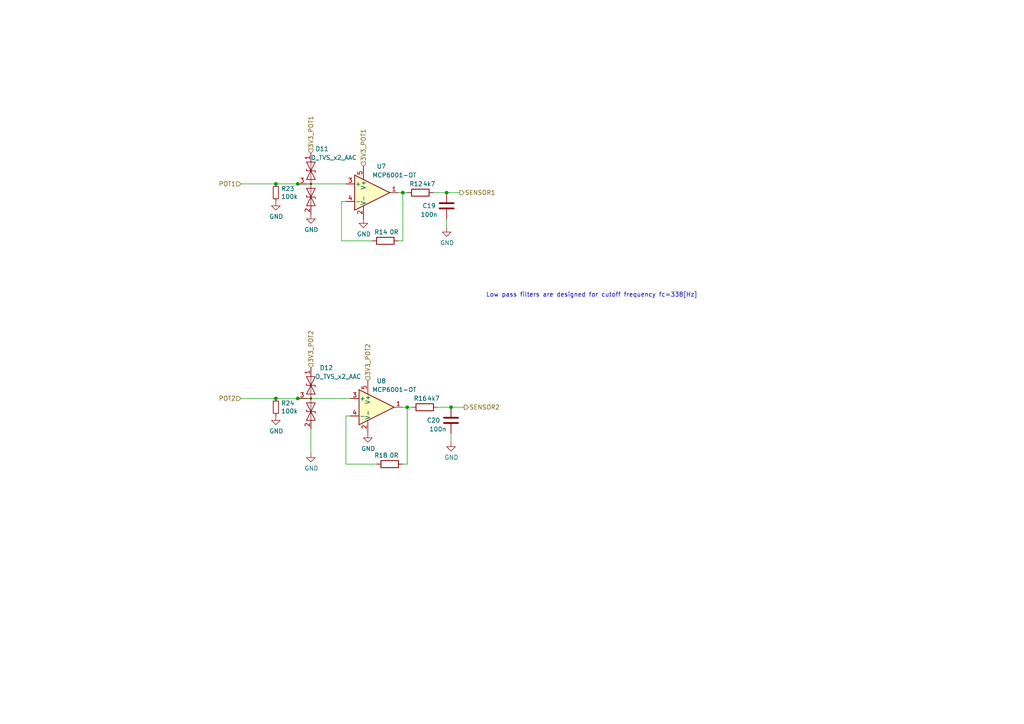
<source format=kicad_sch>
(kicad_sch (version 20211123) (generator eeschema)
  (paper "A4")
  (lib_symbols
    (symbol "Amplifier_Operational:MCP6001-OT" (pin_names (offset 0.127))
      (property "Reference" "U" (at -1.27 6.35 0))
      (property "Value" "MCP6001-OT" (at -1.27 3.81 0))
      (symbol "MCP6001-OT_0_1"
        (polyline (pts (xy -5.08 5.08) (xy 5.08 0) (xy -5.08 -5.08) (xy -5.08 5.08)) (stroke (width 0.254)) (fill (type background)))
        (pin power_in line (at -2.54 -7.62 90) (length 3.81) (name "V-") (number "2"))
        (pin power_in line (at -2.54 7.62 270) (length 3.81) (name "V+") (number "5"))
      )
      (symbol "MCP6001-OT_1_1"
        (pin output line (at 7.62 0 180) (length 2.54) (name "~") (number "1"))
        (pin input line (at -7.62 2.54 0) (length 2.54) (name "+") (number "3"))
        (pin input line (at -7.62 -2.54 0) (length 2.54) (name "-") (number "4"))
      )
    )
    (symbol "Device:C" (pin_numbers hide) (pin_names (offset 0.254))
      (property "Reference" "C" (at 0.635 2.54 0))
      (property "Value" "C" (at 0.635 -2.54 0))
      (symbol "C_0_1"
        (polyline (pts (xy -2.032 -0.762) (xy 2.032 -0.762)) (stroke (width 0.508)))
        (polyline (pts (xy -2.032 0.762) (xy 2.032 0.762)) (stroke (width 0.508)))
      )
      (symbol "C_1_1"
        (pin passive line (at 0 3.81 270) (length 2.794) (name "~") (number "1"))
        (pin passive line (at 0 -3.81 90) (length 2.794) (name "~") (number "2"))
      )
    )
    (symbol "Device:D_TVS_x2_AAC" (pin_names (offset 1.016) hide)
      (property "Reference" "D" (at 0 4.445 0))
      (property "Value" "Device_D_TVS_x2_AAC" (at 0 2.54 0))
      (symbol "D_TVS_x2_AAC_0_0"
        (polyline (pts (xy 0 -1.27) (xy 0 0)))
      )
      (symbol "D_TVS_x2_AAC_0_1"
        (polyline (pts (xy -6.35 0) (xy 6.35 0)))
        (polyline (pts (xy -3.302 1.27) (xy -3.81 1.27) (xy -3.81 -1.27) (xy -4.318 -1.27)) (stroke (width 0.2032)))
        (polyline (pts (xy 4.318 1.27) (xy 3.81 1.27) (xy 3.81 -1.27) (xy 3.302 -1.27)) (stroke (width 0.2032)))
        (polyline (pts (xy -6.35 -1.27) (xy -1.27 1.27) (xy -1.27 -1.27) (xy -6.35 1.27) (xy -6.35 -1.27)) (stroke (width 0.2032)))
        (polyline (pts (xy 1.27 -1.27) (xy 1.27 1.27) (xy 6.35 -1.27) (xy 6.35 1.27) (xy 1.27 -1.27)) (stroke (width 0.2032)))
        (circle (center 0 0) (radius 0.254) (fill (type outline)))
      )
      (symbol "D_TVS_x2_AAC_1_1"
        (pin passive line (at -8.89 0 0) (length 2.54) (name "A1") (number "1"))
        (pin passive line (at 8.89 0 180) (length 2.54) (name "A2") (number "2"))
        (pin input line (at 0 -3.81 90) (length 2.54) (name "common") (number "3"))
      )
    )
    (symbol "Device:R" (pin_numbers hide) (pin_names (offset 0))
      (property "Reference" "R" (at 2.032 0 90))
      (property "Value" "R" (at 0 0 90))
      (symbol "R_0_1"
        (rectangle (start -1.016 -2.54) (end 1.016 2.54) (stroke (width 0.254)))
      )
      (symbol "R_1_1"
        (pin passive line (at 0 3.81 270) (length 1.27) (name "~") (number "1"))
        (pin passive line (at 0 -3.81 90) (length 1.27) (name "~") (number "2"))
      )
    )
    (symbol "Device:R_Small" (pin_numbers hide) (pin_names (offset 0.254) hide)
      (property "Reference" "R" (at 0.762 0.508 0))
      (property "Value" "R_Small" (at 0.762 -1.016 0))
      (symbol "R_Small_0_1"
        (rectangle (start -0.762 1.778) (end 0.762 -1.778) (stroke (width 0.2032)))
      )
      (symbol "R_Small_1_1"
        (pin passive line (at 0 2.54 270) (length 0.762) (name "~") (number "1"))
        (pin passive line (at 0 -2.54 90) (length 0.762) (name "~") (number "2"))
      )
    )
    (symbol "power:GND" (power) (pin_names (offset 0))
      (property "Value" "GND" (at 0 -3.81 0))
      (symbol "GND_0_1"
        (polyline (pts (xy 0 0) (xy 0 -1.27) (xy 1.27 -1.27) (xy 0 -2.54) (xy -1.27 -1.27) (xy 0 -1.27)))
      )
      (symbol "GND_1_1"
        (pin power_in line (at 0 0 270) (length 0) hide (name "GND") (number "1"))
      )
    )
  )
  (junction (at 118.11 118.11))
  (junction (at 80.01 53.34))
  (junction (at 116.84 55.88))
  (junction (at 80.01 115.57))
  (junction (at 130.81 118.11))
  (junction (at 86.36 115.57))
  (junction (at 129.54 55.88))
  (junction (at 86.36 53.34))
  (wire (pts (xy 130.81 118.11) (xy 134.62 118.11)))
  (wire (pts (xy 109.22 134.62) (xy 100.33 134.62)))
  (wire (pts (xy 116.84 69.85) (xy 115.57 69.85)))
  (wire (pts (xy 129.54 63.5) (xy 129.54 66.04)))
  (wire (pts (xy 118.11 118.11) (xy 119.38 118.11)))
  (wire (pts (xy 129.54 55.88) (xy 133.35 55.88)))
  (wire (pts (xy 101.6 115.57) (xy 86.36 115.57)))
  (wire (pts (xy 80.01 115.57) (xy 69.85 115.57)))
  (wire (pts (xy 130.81 125.73) (xy 130.81 128.27)))
  (wire (pts (xy 100.33 120.65) (xy 100.33 134.62)))
  (wire (pts (xy 99.06 69.85) (xy 107.95 69.85)))
  (wire (pts (xy 115.57 55.88) (xy 116.84 55.88)))
  (wire (pts (xy 90.17 124.46) (xy 90.17 131.445)))
  (wire (pts (xy 118.11 118.11) (xy 118.11 134.62)))
  (wire (pts (xy 99.06 58.42) (xy 99.06 69.85)))
  (wire (pts (xy 100.33 53.34) (xy 86.36 53.34)))
  (wire (pts (xy 86.36 53.34) (xy 80.01 53.34)))
  (wire (pts (xy 100.33 120.65) (xy 101.6 120.65)))
  (wire (pts (xy 80.01 53.34) (xy 69.85 53.34)))
  (wire (pts (xy 125.73 55.88) (xy 129.54 55.88)))
  (wire (pts (xy 86.36 115.57) (xy 80.01 115.57)))
  (wire (pts (xy 100.33 58.42) (xy 99.06 58.42)))
  (wire (pts (xy 127 118.11) (xy 130.81 118.11)))
  (wire (pts (xy 118.11 134.62) (xy 116.84 134.62)))
  (wire (pts (xy 116.84 55.88) (xy 118.11 55.88)))
  (wire (pts (xy 116.84 55.88) (xy 116.84 69.85)))
  (wire (pts (xy 116.84 118.11) (xy 118.11 118.11)))
  (text "Low pass filters are designed for cutoff frequency fc=338[Hz]" (at 140.97 86.36 0) (effects (font (size 1.27 1.27)) (justify left bottom)))
  (hierarchical_label "SENSOR2" (shape output) (at 134.62 118.11 0))
  (hierarchical_label "3V3_POT1" (shape input) (at 105.41 48.26 90))
  (hierarchical_label "3V3_POT2" (shape input) (at 106.68 110.49 90))
  (hierarchical_label "POT2" (shape input) (at 69.85 115.57 180))
  (hierarchical_label "3V3_POT2" (shape input) (at 90.17 106.68 90))
  (hierarchical_label "POT1" (shape input) (at 69.85 53.34 180))
  (hierarchical_label "SENSOR1" (shape output) (at 133.35 55.88 0))
  (hierarchical_label "3V3_POT1" (shape input) (at 90.17 44.45 90))
  (symbol (lib_id "Device:R") (at 121.92 55.88 270) (unit 1)
    (property "Reference" "R12" (at 120.65 53.34 90))
    (property "Value" "4k7" (at 124.46 53.34 90))
    (property "Footprint" "Resistor_SMD:R_0603_1608Metric_Pad0.98x0.95mm_HandSolder" (effects hide))
  )
  (symbol (lib_id "Device:R") (at 123.19 118.11 270) (unit 1)
    (property "Reference" "R16" (at 121.92 115.57 90))
    (property "Value" "4k7" (at 125.73 115.57 90))
    (property "Footprint" "Resistor_SMD:R_0603_1608Metric_Pad0.98x0.95mm_HandSolder" (effects hide))
  )
  (symbol (lib_id "Device:C") (at 129.54 59.69 0) (unit 1)
    (property "Reference" "C19" (at 124.46 59.69 0))
    (property "Value" "100n" (at 124.46 62.23 0))
    (property "Footprint" "Capacitor_SMD:C_0603_1608Metric_Pad1.08x0.95mm_HandSolder" (effects hide))
  )
  (symbol (lib_id "Device:C") (at 130.81 121.92 0) (unit 1)
    (property "Reference" "C20" (at 125.73 121.92 0))
    (property "Value" "100n" (at 127 124.46 0))
    (property "Footprint" "Capacitor_SMD:C_0603_1608Metric_Pad1.08x0.95mm_HandSolder" (effects hide))
  )
  (symbol (lib_id "power:GND") (at 130.81 128.27 0) (unit 1)
    (property "Reference" "#PWR032" (effects hide))
    (property "Value" "GND" (at 130.937 132.6642 0))
  )
  (symbol (lib_id "power:GND") (at 90.17 131.445 0) (unit 1)
    (property "Reference" "#PWR029" (effects hide))
    (property "Value" "GND" (at 90.297 135.8392 0))
  )
  (symbol (lib_id "power:GND") (at 90.17 62.23 0) (unit 1)
    (property "Reference" "#PWR025" (effects hide))
    (property "Value" "GND" (at 90.297 66.6242 0))
  )
  (symbol (lib_id "power:GND") (at 129.54 66.04 0) (unit 1)
    (property "Reference" "#PWR028" (effects hide))
    (property "Value" "GND" (at 129.667 70.4342 0))
  )
  (symbol (lib_id "Amplifier_Operational:MCP6001-OT") (at 109.22 118.11 0) (unit 1)
    (property "Reference" "U8" (at 109.22 110.49 0) (effects (justify left)))
    (property "Value" "MCP6001-OT" (at 107.95 113.03 0) (effects (justify left)))
    (property "Footprint" "Package_TO_SOT_SMD:SOT-23-5" (effects hide))
    (property "Datasheet" "http://ww1.microchip.com/downloads/en/DeviceDoc/21733j.pdf" (effects hide))
  )
  (symbol (lib_id "Device:R") (at 113.03 134.62 270) (unit 1)
    (property "Reference" "R18" (at 110.49 132.08 90))
    (property "Value" "0R" (at 114.3 132.08 90))
    (property "Footprint" "Resistor_SMD:R_0603_1608Metric_Pad0.98x0.95mm_HandSolder" (effects hide))
  )
  (symbol (lib_id "power:GND") (at 106.68 125.73 0) (unit 1)
    (property "Reference" "#PWR030" (effects hide))
    (property "Value" "GND" (at 106.807 130.1242 0))
  )
  (symbol (lib_id "Amplifier_Operational:MCP6001-OT") (at 107.95 55.88 0) (unit 1)
    (property "Reference" "U7" (at 109.22 48.26 0) (effects (justify left)))
    (property "Value" "MCP6001-OT" (at 107.95 50.8 0) (effects (justify left)))
    (property "Footprint" "Package_TO_SOT_SMD:SOT-23-5" (effects hide))
    (property "Datasheet" "http://ww1.microchip.com/downloads/en/DeviceDoc/21733j.pdf" (effects hide))
  )
  (symbol (lib_id "power:GND") (at 105.41 63.5 0) (unit 1)
    (property "Reference" "#PWR027" (effects hide))
    (property "Value" "GND" (at 105.537 67.8942 0))
  )
  (symbol (lib_id "Device:R") (at 111.76 69.85 270) (unit 1)
    (property "Reference" "R14" (at 110.49 67.31 90))
    (property "Value" "0R" (at 114.3 67.31 90))
    (property "Footprint" "Resistor_SMD:R_0603_1608Metric_Pad0.98x0.95mm_HandSolder" (effects hide))
  )
  (symbol (lib_id "Device:D_TVS_x2_AAC") (at 90.17 115.57 270) (unit 1)
    (property "Reference" "D12" (at 92.71 106.68 90) (effects (justify left)))
    (property "Value" "D_TVS_x2_AAC" (at 91.44 109.22 90) (effects (justify left)))
    (property "Footprint" "Package_TO_SOT_SMD:SOT-23" (effects hide))
  )
  (symbol (lib_id "Device:D_TVS_x2_AAC") (at 90.17 53.34 270) (unit 1)
    (property "Reference" "D11" (at 91.44 43.18 90) (effects (justify left)))
    (property "Value" "D_TVS_x2_AAC" (at 90.17 45.72 90) (effects (justify left)))
    (property "Footprint" "Package_TO_SOT_SMD:SOT-23" (effects hide))
  )
  (symbol (lib_id "Device:R_Small") (at 80.01 55.88 0) (unit 1)
    (property "Reference" "R23" (at 81.5086 54.7116 0) (effects (justify left)))
    (property "Value" "100k" (at 81.5086 57.023 0) (effects (justify left)))
    (property "Footprint" "Resistor_SMD:R_0603_1608Metric_Pad0.98x0.95mm_HandSolder" (effects hide))
  )
  (symbol (lib_id "power:GND") (at 80.01 58.42 0) (unit 1)
    (property "Reference" "#PWR0102" (effects hide))
    (property "Value" "GND" (at 80.137 62.8142 0))
  )
  (symbol (lib_id "Device:R_Small") (at 80.01 118.11 0) (unit 1)
    (property "Reference" "R24" (at 81.5086 116.9416 0) (effects (justify left)))
    (property "Value" "100k" (at 81.5086 119.253 0) (effects (justify left)))
    (property "Footprint" "Resistor_SMD:R_0603_1608Metric_Pad0.98x0.95mm_HandSolder" (effects hide))
  )
  (symbol (lib_id "power:GND") (at 80.01 120.65 0) (unit 1)
    (property "Reference" "#PWR0103" (effects hide))
    (property "Value" "GND" (at 80.137 125.0442 0))
  )
)
</source>
